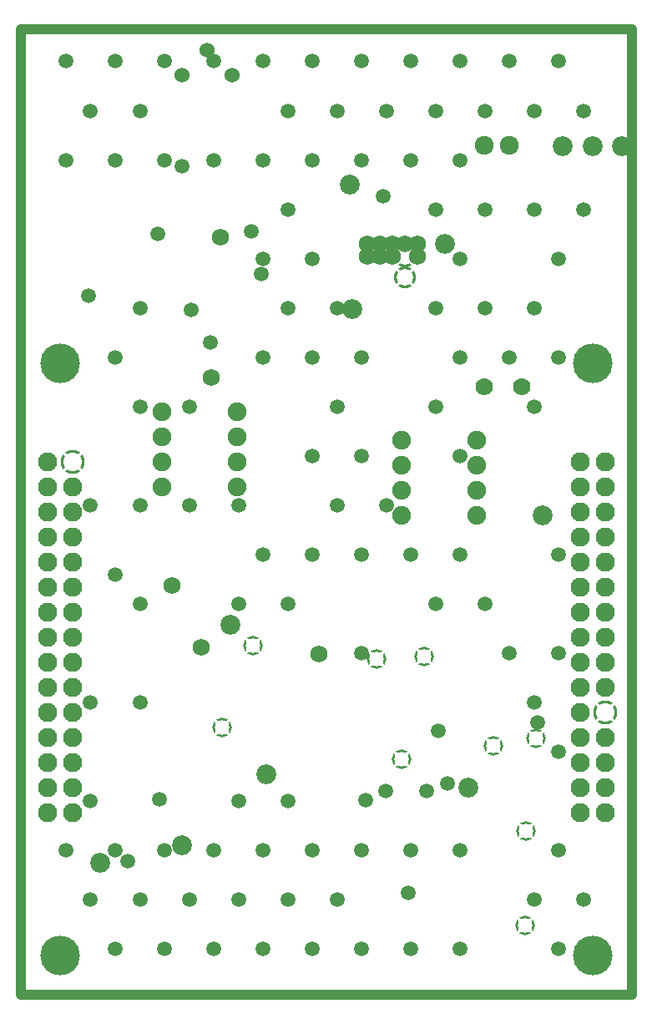
<source format=gbr>
G04 Layer_Physical_Order=2*
G04 Layer_Color=32768*
%FSLAX26Y26*%
%MOIN*%
%TF.FileFunction,Copper,L2,Inr,Plane*%
%TF.Part,Single*%
G01*
G75*
%TA.AperFunction,ComponentPad*%
%ADD26C,0.060000*%
%TA.AperFunction,NonConductor*%
%ADD34C,0.040000*%
%TA.AperFunction,ComponentPad*%
%ADD35C,0.079370*%
%ADD36C,0.076024*%
G04:AMPARAMS|DCode=37|XSize=96.024mil|YSize=96.024mil|CornerRadius=0mil|HoleSize=0mil|Usage=FLASHONLY|Rotation=0.000|XOffset=0mil|YOffset=0mil|HoleType=Round|Shape=Relief|Width=10mil|Gap=10mil|Entries=4|*
%AMTHD37*
7,0,0,0.096024,0.076024,0.010000,45*
%
%ADD37THD37*%
%ADD38C,0.075827*%
%ADD39C,0.070000*%
%ADD40C,0.075433*%
%TA.AperFunction,ViaPad*%
%ADD41C,0.158110*%
%TA.AperFunction,ComponentPad*%
%ADD42C,0.068000*%
G04:AMPARAMS|DCode=43|XSize=88mil|YSize=88mil|CornerRadius=0mil|HoleSize=0mil|Usage=FLASHONLY|Rotation=0.000|XOffset=0mil|YOffset=0mil|HoleType=Round|Shape=Relief|Width=10mil|Gap=10mil|Entries=4|*
%AMTHD43*
7,0,0,0.088000,0.068000,0.010000,45*
%
%ADD43THD43*%
%TA.AperFunction,ViaPad*%
%ADD44C,0.059685*%
G04:AMPARAMS|DCode=45|XSize=88mil|YSize=88mil|CornerRadius=0mil|HoleSize=0mil|Usage=FLASHONLY|Rotation=0.000|XOffset=0mil|YOffset=0mil|HoleType=Round|Shape=Relief|Width=10mil|Gap=10mil|Entries=4|*
%AMTHD45*
7,0,0,0.088000,0.068000,0.010000,45*
%
%ADD45THD45*%
G04:AMPARAMS|DCode=46|XSize=79.685mil|YSize=79.685mil|CornerRadius=0mil|HoleSize=0mil|Usage=FLASHONLY|Rotation=0.000|XOffset=0mil|YOffset=0mil|HoleType=Round|Shape=Relief|Width=10mil|Gap=10mil|Entries=4|*
%AMTHD46*
7,0,0,0.079685,0.059685,0.010000,45*
%
%ADD46THD46*%
%ADD47C,0.068000*%
D26*
X-841000Y698998D02*
D03*
X-641000D02*
D03*
X-741000Y798998D02*
D03*
D34*
X-1485110Y-2970112D02*
X955945Y-2970112D01*
X955945Y881998D02*
X955945Y-2970112D01*
X-1485110Y881998D02*
X955945Y881998D01*
X-1485110Y881998D02*
X-1485110Y-2970112D01*
D35*
X303465Y-2142522D02*
D03*
X598465Y-1057522D02*
D03*
X-170000Y260998D02*
D03*
X-1166535Y-2442522D02*
D03*
X680354Y415825D02*
D03*
X798465D02*
D03*
X916575D02*
D03*
X-841535Y-2372522D02*
D03*
X209000Y26998D02*
D03*
X-646307Y-1494207D02*
D03*
X-503307Y-2089207D02*
D03*
X-162000Y-235002D02*
D03*
D36*
X848464Y-2244018D02*
D03*
Y-2144018D02*
D03*
Y-2044018D02*
D03*
Y-1944018D02*
D03*
Y-1744018D02*
D03*
Y-1644018D02*
D03*
Y-1544018D02*
D03*
Y-1444018D02*
D03*
Y-1344018D02*
D03*
Y-1244018D02*
D03*
Y-1144018D02*
D03*
Y-1044018D02*
D03*
Y-944018D02*
D03*
Y-844018D02*
D03*
X748464Y-2244018D02*
D03*
Y-2144018D02*
D03*
Y-2044018D02*
D03*
Y-1944018D02*
D03*
Y-1844018D02*
D03*
Y-1744018D02*
D03*
Y-1644018D02*
D03*
Y-1544018D02*
D03*
Y-1444018D02*
D03*
Y-1344018D02*
D03*
Y-1244018D02*
D03*
Y-1144018D02*
D03*
Y-1044018D02*
D03*
Y-944018D02*
D03*
Y-844018D02*
D03*
X-1377520D02*
D03*
Y-944018D02*
D03*
Y-1044018D02*
D03*
Y-1144018D02*
D03*
Y-1244018D02*
D03*
Y-1344018D02*
D03*
Y-1444018D02*
D03*
Y-1544018D02*
D03*
Y-1644018D02*
D03*
Y-1744018D02*
D03*
Y-1844018D02*
D03*
Y-1944018D02*
D03*
Y-2044018D02*
D03*
Y-2144018D02*
D03*
Y-2244018D02*
D03*
X-1277520Y-944018D02*
D03*
Y-1044018D02*
D03*
Y-1144018D02*
D03*
Y-1244018D02*
D03*
Y-1344018D02*
D03*
Y-1444018D02*
D03*
Y-1544018D02*
D03*
Y-1644018D02*
D03*
Y-1744018D02*
D03*
Y-1844018D02*
D03*
Y-1944018D02*
D03*
Y-2044018D02*
D03*
Y-2144018D02*
D03*
Y-2244018D02*
D03*
D37*
X848464Y-1844018D02*
D03*
X-1277520Y-844018D02*
D03*
D38*
X467000Y419998D02*
D03*
X367000D02*
D03*
D39*
X516142Y-543900D02*
D03*
X366536D02*
D03*
D40*
X35716Y-757592D02*
D03*
Y-857592D02*
D03*
Y-957592D02*
D03*
Y-1057592D02*
D03*
X335716Y-757592D02*
D03*
Y-857592D02*
D03*
Y-957592D02*
D03*
Y-1057592D02*
D03*
X-619000Y-943002D02*
D03*
Y-843002D02*
D03*
Y-743002D02*
D03*
Y-643002D02*
D03*
X-919000Y-943002D02*
D03*
Y-843002D02*
D03*
Y-743002D02*
D03*
Y-643002D02*
D03*
D41*
X-1327520Y-2812522D02*
D03*
X798464D02*
D03*
X-1327520Y-450316D02*
D03*
X798464D02*
D03*
D42*
X100000Y25000D02*
D03*
Y-25000D02*
D03*
X50000Y25000D02*
D03*
X0D02*
D03*
Y-25000D02*
D03*
X-50000Y25000D02*
D03*
Y-25000D02*
D03*
X-100000Y25000D02*
D03*
Y-25000D02*
D03*
D43*
X50000D02*
D03*
D44*
X-564000Y77000D02*
D03*
X137047Y-2158979D02*
D03*
X-107048Y-2194412D02*
D03*
X-28307Y-2158979D02*
D03*
X664496Y754298D02*
D03*
X762922Y557447D02*
D03*
Y163746D02*
D03*
X664496Y-33104D02*
D03*
Y-426805D02*
D03*
Y-1214206D02*
D03*
Y-1607907D02*
D03*
Y-2001608D02*
D03*
Y-2395309D02*
D03*
X762922Y-2592159D02*
D03*
X664496Y-2789010D02*
D03*
X467646Y754298D02*
D03*
X566071Y557447D02*
D03*
Y163746D02*
D03*
Y-229954D02*
D03*
X467646Y-426805D02*
D03*
X566071Y-623655D02*
D03*
X467646Y-1607907D02*
D03*
X566071Y-1804758D02*
D03*
Y-2592159D02*
D03*
X270796Y754298D02*
D03*
X369221Y557447D02*
D03*
X270796Y360597D02*
D03*
X369221Y163746D02*
D03*
X270796Y-33104D02*
D03*
X369221Y-229954D02*
D03*
X270796Y-426805D02*
D03*
Y-820506D02*
D03*
Y-1214206D02*
D03*
X369221Y-1411057D02*
D03*
X270796Y-2395309D02*
D03*
Y-2789010D02*
D03*
X73945Y754298D02*
D03*
X172370Y557447D02*
D03*
X73945Y360597D02*
D03*
X172370Y163746D02*
D03*
Y-229954D02*
D03*
Y-623655D02*
D03*
X73945Y-1214206D02*
D03*
X172370Y-1411057D02*
D03*
X73945Y-2395309D02*
D03*
Y-2789010D02*
D03*
X-122905Y754298D02*
D03*
X-24480Y557447D02*
D03*
X-122905Y360597D02*
D03*
Y-426805D02*
D03*
Y-820506D02*
D03*
X-24480Y-1017356D02*
D03*
X-122905Y-1214206D02*
D03*
Y-1607907D02*
D03*
Y-2395309D02*
D03*
Y-2789010D02*
D03*
X-319756Y754298D02*
D03*
X-221330Y557447D02*
D03*
X-319756Y360597D02*
D03*
Y-33104D02*
D03*
X-221330Y-229954D02*
D03*
X-319756Y-426805D02*
D03*
X-221330Y-623655D02*
D03*
X-319756Y-820506D02*
D03*
X-221330Y-1017356D02*
D03*
X-319756Y-1214206D02*
D03*
Y-2395309D02*
D03*
X-221330Y-2592159D02*
D03*
X-319756Y-2789010D02*
D03*
X-516606Y754298D02*
D03*
X-418181Y557447D02*
D03*
X-516606Y360597D02*
D03*
X-418181Y163746D02*
D03*
X-516606Y-33104D02*
D03*
X-418181Y-229954D02*
D03*
X-516606Y-426805D02*
D03*
Y-1214206D02*
D03*
X-418181Y-1411057D02*
D03*
Y-2198458D02*
D03*
X-516606Y-2395309D02*
D03*
X-418181Y-2592159D02*
D03*
X-516606Y-2789010D02*
D03*
X-713456Y754298D02*
D03*
Y360597D02*
D03*
X-615031Y-1017356D02*
D03*
Y-1411057D02*
D03*
Y-2198458D02*
D03*
X-713456Y-2395309D02*
D03*
X-615031Y-2592159D02*
D03*
X-713456Y-2789010D02*
D03*
X-910307Y754298D02*
D03*
Y360597D02*
D03*
X-811882Y-623655D02*
D03*
Y-1017356D02*
D03*
X-910307Y-2395309D02*
D03*
X-811882Y-2592159D02*
D03*
X-910307Y-2789010D02*
D03*
X-1107157Y754298D02*
D03*
X-1008732Y557447D02*
D03*
X-1107157Y360597D02*
D03*
X-1008732Y-229954D02*
D03*
X-1107157Y-426805D02*
D03*
X-1008732Y-623655D02*
D03*
Y-1017356D02*
D03*
Y-1411057D02*
D03*
Y-1804758D02*
D03*
X-1107157Y-2395309D02*
D03*
X-1008732Y-2592159D02*
D03*
X-1107157Y-2789010D02*
D03*
X-1304008Y754298D02*
D03*
X-1205582Y557447D02*
D03*
X-1304008Y360597D02*
D03*
X-1205582Y-1017356D02*
D03*
Y-1804758D02*
D03*
Y-2198458D02*
D03*
X-1304008Y-2395309D02*
D03*
X-1205582Y-2592159D02*
D03*
X63464Y-2562522D02*
D03*
X218464Y-2127522D02*
D03*
X578464Y-1882522D02*
D03*
X183464Y-1917522D02*
D03*
X-1056536Y-2437522D02*
D03*
X-726536Y-367522D02*
D03*
X-936536Y67478D02*
D03*
X-1106416Y-1295316D02*
D03*
X-525110Y-93892D02*
D03*
X-1215000Y-180002D02*
D03*
X-840000Y334998D02*
D03*
X-803000Y-238002D02*
D03*
X-37494Y214998D02*
D03*
X-929518Y-2191042D02*
D03*
D45*
X50000Y-107040D02*
D03*
D46*
X528464Y-2692522D02*
D03*
X533464Y-2317522D02*
D03*
X403464Y-1977522D02*
D03*
X-558416Y-1577316D02*
D03*
X124592Y-1619842D02*
D03*
X34836Y-2031206D02*
D03*
X571694Y-1947206D02*
D03*
X-64616Y-1632206D02*
D03*
X-679306Y-1904206D02*
D03*
D47*
X-881110Y-1337112D02*
D03*
X-764110Y-1584410D02*
D03*
X-723000Y-507002D02*
D03*
X-293306Y-1612206D02*
D03*
X-688000Y52998D02*
D03*
%TF.MD5,218644cce853cb3b8c0fa49738d1410a*%
M02*

</source>
